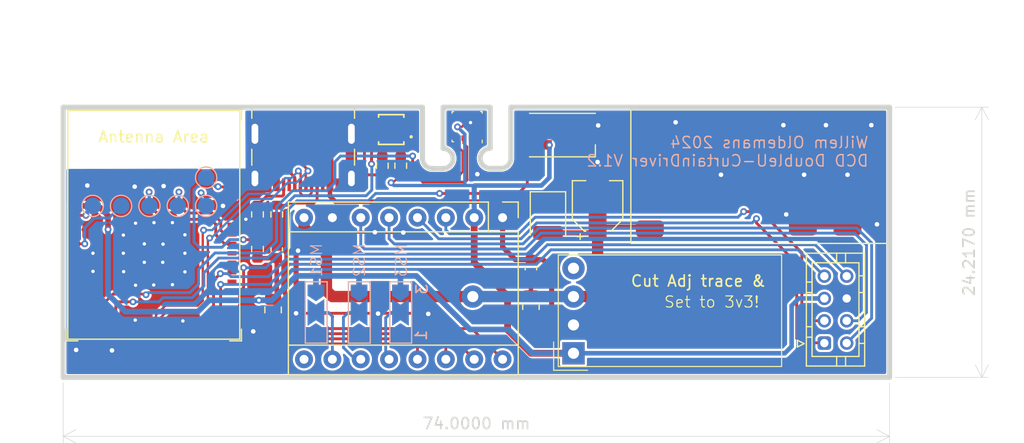
<source format=kicad_pcb>
(kicad_pcb
	(version 20240108)
	(generator "pcbnew")
	(generator_version "8.0")
	(general
		(thickness 1.6)
		(legacy_teardrops no)
	)
	(paper "A4")
	(title_block
		(comment 4 "AISLER Project ID: SWVGLRMQ")
	)
	(layers
		(0 "F.Cu" signal)
		(31 "B.Cu" signal)
		(32 "B.Adhes" user "B.Adhesive")
		(33 "F.Adhes" user "F.Adhesive")
		(34 "B.Paste" user)
		(35 "F.Paste" user)
		(36 "B.SilkS" user "B.Silkscreen")
		(37 "F.SilkS" user "F.Silkscreen")
		(38 "B.Mask" user)
		(39 "F.Mask" user)
		(40 "Dwgs.User" user "User.Drawings")
		(41 "Cmts.User" user "User.Comments")
		(42 "Eco1.User" user "User.Eco1")
		(43 "Eco2.User" user "User.Eco2")
		(44 "Edge.Cuts" user)
		(45 "Margin" user)
		(46 "B.CrtYd" user "B.Courtyard")
		(47 "F.CrtYd" user "F.Courtyard")
		(48 "B.Fab" user)
		(49 "F.Fab" user)
		(50 "User.1" user)
		(51 "User.2" user)
		(52 "User.3" user)
		(53 "User.4" user)
		(54 "User.5" user)
		(55 "User.6" user)
		(56 "User.7" user)
		(57 "User.8" user)
		(58 "User.9" user)
	)
	(setup
		(stackup
			(layer "F.SilkS"
				(type "Top Silk Screen")
				(color "Black")
			)
			(layer "F.Paste"
				(type "Top Solder Paste")
			)
			(layer "F.Mask"
				(type "Top Solder Mask")
				(color "#FFFFFFFF")
				(thickness 0.01)
			)
			(layer "F.Cu"
				(type "copper")
				(thickness 0.035)
			)
			(layer "dielectric 1"
				(type "core")
				(thickness 1.51)
				(material "FR4")
				(epsilon_r 4.5)
				(loss_tangent 0.02)
			)
			(layer "B.Cu"
				(type "copper")
				(thickness 0.035)
			)
			(layer "B.Mask"
				(type "Bottom Solder Mask")
				(color "#FFFFFFFF")
				(thickness 0.01)
			)
			(layer "B.Paste"
				(type "Bottom Solder Paste")
			)
			(layer "B.SilkS"
				(type "Bottom Silk Screen")
				(color "Black")
			)
			(copper_finish "None")
			(dielectric_constraints no)
		)
		(pad_to_mask_clearance 0)
		(allow_soldermask_bridges_in_footprints no)
		(pcbplotparams
			(layerselection 0x00010fc_ffffffff)
			(plot_on_all_layers_selection 0x0000000_00000000)
			(disableapertmacros no)
			(usegerberextensions no)
			(usegerberattributes yes)
			(usegerberadvancedattributes yes)
			(creategerberjobfile yes)
			(dashed_line_dash_ratio 12.000000)
			(dashed_line_gap_ratio 3.000000)
			(svgprecision 4)
			(plotframeref no)
			(viasonmask no)
			(mode 1)
			(useauxorigin no)
			(hpglpennumber 1)
			(hpglpenspeed 20)
			(hpglpendiameter 15.000000)
			(pdf_front_fp_property_popups yes)
			(pdf_back_fp_property_popups yes)
			(dxfpolygonmode yes)
			(dxfimperialunits yes)
			(dxfusepcbnewfont yes)
			(psnegative no)
			(psa4output no)
			(plotreference yes)
			(plotvalue yes)
			(plotfptext yes)
			(plotinvisibletext no)
			(sketchpadsonfab no)
			(subtractmaskfromsilk no)
			(outputformat 1)
			(mirror no)
			(drillshape 1)
			(scaleselection 1)
			(outputdirectory "")
		)
	)
	(net 0 "")
	(net 1 "/STEP_STP")
	(net 2 "GND")
	(net 3 "/STEP_1A")
	(net 4 "/STEP_EN")
	(net 5 "+3V3")
	(net 6 "unconnected-(D1-DOUT-Pad1)")
	(net 7 "/LED_DATA")
	(net 8 "/STEP_1B")
	(net 9 "/STEP_2A")
	(net 10 "unconnected-(U1-IO7-Pad11)")
	(net 11 "unconnected-(U1-IO6-Pad10)")
	(net 12 "Net-(A1-MS2)")
	(net 13 "/STEP_RST")
	(net 14 "/STEP_2B")
	(net 15 "Net-(A1-MS3)")
	(net 16 "/STEP_DIR")
	(net 17 "/STEP_SLEEP")
	(net 18 "Net-(A1-MS1)")
	(net 19 "/USB_N")
	(net 20 "/USB_P")
	(net 21 "+12V")
	(net 22 "/HAL_PULSE")
	(net 23 "/HAL_DIR")
	(net 24 "VBUS")
	(net 25 "unconnected-(U1-IO8-Pad12)")
	(net 26 "unconnected-(U1-IO11-Pad15)")
	(net 27 "unconnected-(U1-IO1-Pad5)")
	(net 28 "unconnected-(U1-IO2-Pad6)")
	(net 29 "unconnected-(U1-IO10-Pad14)")
	(net 30 "unconnected-(U1-IO5-Pad9)")
	(net 31 "unconnected-(U1-IO4-Pad8)")
	(net 32 "unconnected-(U1-IO36-Pad32)")
	(net 33 "/SDA")
	(net 34 "/TXD")
	(net 35 "/SCL")
	(net 36 "unconnected-(U1-IO35-Pad31)")
	(net 37 "unconnected-(U1-IO48-Pad30)")
	(net 38 "/RXD")
	(net 39 "/GPIO0")
	(net 40 "unconnected-(U1-IO47-Pad27)")
	(net 41 "/GPIO46")
	(net 42 "unconnected-(U5-SDO-Pad5)")
	(net 43 "/GPIO3")
	(net 44 "/EN")
	(net 45 "unconnected-(U4-NC-Pad4)")
	(net 46 "unconnected-(U4-INT-Pad2)")
	(net 47 "unconnected-(U1-IO45-Pad41)")
	(net 48 "Net-(J5-CC2)")
	(net 49 "Net-(J5-CC1)")
	(net 50 "unconnected-(J5-SBU2-PadB8)")
	(net 51 "unconnected-(J5-SBU1-PadA8)")
	(net 52 "unconnected-(PS1-EN-Pad4)")
	(net 53 "unconnected-(U1-IO41-Pad37)")
	(net 54 "unconnected-(U1-IO26-Pad26)")
	(net 55 "unconnected-(U1-IO40-Pad36)")
	(net 56 "unconnected-(U1-IO39-Pad35)")
	(net 57 "unconnected-(U1-IO42-Pad38)")
	(net 58 "unconnected-(U1-IO9-Pad13)")
	(net 59 "unconnected-(U1-IO37-Pad33)")
	(net 60 "unconnected-(U1-IO21-Pad25)")
	(net 61 "unconnected-(A1-~{ENABLE}-Pad9)")
	(footprint "Connector_USB:USB_C_Receptacle_Molex_217179" (layer "F.Cu") (at 102.6668 71.006 180))
	(footprint "Module:Regulator module_3v3V_3A_THT" (layer "F.Cu") (at 135.509 85.598 180))
	(footprint "Resistor_SMD:R_0603_1608Metric" (layer "F.Cu") (at 111.4044 72.5932 -90))
	(footprint "Capacitor_SMD:C_0805_2012Metric" (layer "F.Cu") (at 99.9744 85.5218 -90))
	(footprint "Resistor_SMD:R_0603_1608Metric" (layer "F.Cu") (at 109.7534 72.5932 -90))
	(footprint "Resistor_SMD:R_0603_1608Metric" (layer "F.Cu") (at 98.5774 80.0608 -90))
	(footprint "Capacitor_SMD:C_0805_2012Metric" (layer "F.Cu") (at 123.063 85.217 -90))
	(footprint "Diode_SMD:D_1210_3225Metric" (layer "F.Cu") (at 124.587 77.216 -90))
	(footprint "Espressif:ESP32-S3-MINI-1" (layer "F.Cu") (at 89.2914 80.4484))
	(footprint "Capacitor_SMD:C_0603_1608Metric" (layer "F.Cu") (at 123.063 81.788 90))
	(footprint "Module:USB-PD-trigger" (layer "F.Cu") (at 143.51 73.5584 180))
	(footprint "Package_LGA:Bosch_LGA-8_2.5x2.5mm_P0.65mm_ClockwisePinNumbering" (layer "F.Cu") (at 117.348 69.1 180))
	(footprint "OptoDevice:SON-06-FN_2000X2400_AMS" (layer "F.Cu") (at 110.5535 69.352414 180))
	(footprint "Resistor_SMD:R_0603_1608Metric" (layer "F.Cu") (at 98.5774 76.962 -90))
	(footprint "Resistor_SMD:R_0603_1608Metric" (layer "F.Cu") (at 100.3046 76.962 -90))
	(footprint "Module:Pololu_Breakout-16_15.2x20.3mm" (layer "F.Cu") (at 120.523 77.2514 -90))
	(footprint "Capacitor_SMD:CP_Elec_4x5.4" (layer "F.Cu") (at 129.032 76.2 90))
	(footprint "Connector_JST:JST_PHD_B8B-PHDSS_2x04_P2.00mm_Vertical" (layer "F.Cu") (at 149.3365 88.4964 90))
	(footprint "LED_SMD:LED_SK6812MINI_PLCC4_3.5x3.5mm_P1.75mm" (layer "F.Cu") (at 125.8824 69.85 180))
	(footprint "Capacitor_SMD:C_0603_1608Metric" (layer "F.Cu") (at 100.3 80.1 90))
	(footprint "TestPoint:TestPoint_Pad_D1.5mm" (layer "B.Cu") (at 88.9 76.2 180))
	(footprint "Jumper:SolderJumper-3_P2.0mm_Open_TrianglePad1.0x1.5mm_NumberLabels" (layer "B.Cu") (at 111.379 85.7504 90))
	(footprint "TestPoint:TestPoint_Pad_D1.5mm" (layer "B.Cu") (at 93.98 76.2 180))
	(footprint "TestPoint:TestPoint_Pad_D1.5mm" (layer "B.Cu") (at 86.36 76.2 180))
	(footprint "TestPoint:TestPoint_Pad_D1.5mm" (layer "B.Cu") (at 83.82 76.2 180))
	(footprint "Jumper:SolderJumper-3_P2.0mm_Open_TrianglePad1.0x1.5mm_NumberLabels" (layer "B.Cu") (at 107.6706 85.7504 90))
	(footprint "TestPoint:TestPoint_Pad_D1.5mm" (layer "B.Cu") (at 91.44 76.2 180))
	(footprint "Jumper:SolderJumper-3_P2.0mm_Open_TrianglePad1.0x1.5mm_NumberLabels" (layer "B.Cu") (at 103.8098 85.7504 90))
	(footprint "TestPoint:TestPoint_Pad_D1.5mm" (layer "B.Cu") (at 93.98 73.66 180))
	(gr_line
		(start 155.1784 91.567)
		(end 155.1784 67.35)
		(stroke
			(width 0.45)
			(type default)
		)
		(layer "Edge.Cuts")
		(uuid "0f7381b7-9019-412a-9444-8c5ab05ff073")
	)
	(gr_line
		(start 81.1784 91.567)
		(end 155.1784 91.567)
		(stroke
			(width 0.45)
			(type default)
		)
		(layer "Edge.Cuts")
		(uuid "1662b304-e5c6-4323-91a8-01b4a835ff87")
	)
	(gr_line
		(start 81.1784 91.567)
		(end 81.1784 67.35)
		(stroke
			(width 0.45)
			(type default)
		)
		(layer "Edge.Cuts")
		(uuid "5c8b505a-bb7c-4a18-ba43-9b59b6ee1373")
	)
	(gr_line
		(start 113.35 67.35)
		(end 113.35 71.95)
		(stroke
			(width 0.45)
			(type default)
		)
		(layer "Edge.Cuts")
		(uuid "5fa47b71-a98b-49f9-b5c7-34d7664f4bd8")
	)
	(gr_line
		(start 119.416394 72.8328)
		(end 120.366394 72.8328)
		(stroke
			(width 0.45)
			(type default)
		)
		(layer "Edge.Cuts")
		(uuid "79ba6e91-e85a-4500-9b68-75afeb9dbbf1")
	)
	(gr_line
		(start 119.416394 67.35)
		(end 115.2 67.35)
		(stroke
			(width 0.45)
			(type default)
		)
		(layer "Edge.Cuts")
		(uuid "87762eea-8a93-43a4-8527-10d84353c24f")
	)
	(gr_line
		(start 121.266394 71.9328)
		(end 121.266394 67.35)
		(stroke
			(width 0.45)
			(type default)
		)
		(layer "Edge.Cuts")
		(uuid "a5226c6f-9f52-4741-9b29-7e1c7fad96f9")
	)
	(gr_line
		(start 114.25 72.85)
		(end 115.2 72.85)
		(stroke
			(width 0.45)
			(type default)
		)
		(layer "Edge.Cuts")
		(uuid "afbea572-0c78-4b71-80ed-28b8e05b4b2a")
	)
	(gr_arc
		(start 119.416394 72.8328)
		(mid 118.516394 71.9328)
		(end 119.416394 71.0328)
		(stroke
			(width 0.45)
			(type default)
		)
		(layer "Edge.Cuts")
		(uuid "c187a1b4-1f99-4180-9304-18806c1929dc")
	)
	(gr_arc
		(start 121.266394 71.9328)
		(mid 121.003652 72.570058)
		(end 120.366394 72.8328)
		(stroke
			(width 0.45)
			(type default)
		)
		(layer "Edge.Cuts")
		(uuid "c7e0ec5c-1757-456d-b444-1f6c0463f099")
	)
	(gr_line
		(start 119.416394 71.0328)
		(end 119.416394 67.35)
		(stroke
			(width 0.45)
			(type default)
		)
		(layer "Edge.Cuts")
		(uuid "d3b01630-3053-4b8a-b9a3-1bbb69df3a69")
	)
	(gr_line
		(start 115.2 71.05)
		(end 115.2 67.35)
		(stroke
			(width 0.45)
			(type default)
		)
		(layer "Edge.Cuts")
		(uuid "d4025406-da3a-4422-8923-c2b53184d6dd")
	)
	(gr_arc
		(start 115.2 71.05)
		(mid 116.1 71.95)
		(end 115.2 72.85)
		(stroke
			(width 0.45)
			(type default)
		)
		(layer "Edge.Cuts")
		(uuid "e0874d3a-705a-4cdb-9f3f-8e4b478b270b")
	)
	(gr_arc
		(start 114.25 72.85)
		(mid 113.612742 72.587257)
		(end 113.35 71.95)
		(stroke
			(width 0.45)
			(type default)
		)
		(layer "Edge.Cuts")
		(uuid "e7377db4-ceaa-490c-a8ac-1b4738ecf95d")
	)
	(gr_line
		(start 155.1784 67.35)
		(end 121.266394 67.35)
		(stroke
			(width 0.45)
			(type default)
		)
		(layer "Edge.Cuts")
		(uuid "f6090eff-e4a4-4db1-9ef0-e9d1062fbeed")
	)
	(gr_line
		(start 113.35 67.35)
		(end 81.1784 67.35)
		(stroke
			(width 0.45)
			(type default)
		)
		(layer "Edge.Cuts")
		(uuid "fcc46d19-eb6e-4661-977e-1eb5f98f68f6")
	)
	(gr_text "MS1\n"
		(at 104.4448 79.4766 90)
		(layer "B.SilkS")
		(uuid "377f62fa-5c02-4418-be11-fb22563fc426")
		(effects
			(font
				(size 1 1)
				(thickness 0.1)
			)
			(justify left bottom mirror)
		)
	)
	(gr_text "MS3"
		(at 112.0394 79.4766 90)
		(layer "B.SilkS")
		(uuid "3cac820d-ff23-4e2c-8acd-2032109dd062")
		(effects
			(font
				(size 1 1)
				(thickness 0.1)
			)
			(justify left bottom mirror)
		)
	)
	(gr_text "Willem Oldemans 2024\nDCD DoubleU-CurtainDriver V1.2\n"
		(at 153.3652 72.7456 0)
		(layer "B.SilkS")
		(uuid "931c8843-ce7c-437f-bc10-eb2990d45165")
		(effects
			(font
				(size 1.016 1.016)
				(thickness 0.127)
			)
			(justify left bottom mirror)
		)
	)
	(gr_text "MS2"
		(at 108.2802 79.4766 90)
		(layer "B.SilkS")
		(uuid "eae4f3ae-de2f-4e0b-86aa-41b0df6db60c")
		(effects
			(font
				(size 1 1)
				(thickness 0.1)
			)
			(justify left bottom mirror)
		)
	)
	(dimension
		(type aligned)
		(layer "Edge.Cuts")
		(uuid "446f9656-57d9-44c9-8c67-739f5069f7b2")
		(pts
			(xy 81.1784 91.567) (xy 155.1784 91.567)
		)
		(height 5.289999)
		(gr_text "74.0000 mm"
			(at 118.1784 95.706999 0)
			(layer "Edge.Cuts")
			(uuid "446f9656-57d9-44c9-8c67-739f5069f7b2")
			(effects
				(font
					(size 1 1)
					(thickness 0.15)
				)
			)
		)
		(format
			(prefix "")
			(suffix "")
			(units 3)
			(units_format 1)
			(precision 4)
		)
		(style
			(thickness 0.05)
			(arrow_length 1.27)
			(text_position_mode 0)
			(extension_height 0.58642)
			(extension_offset 0.5) keep_text_aligned)
	)
	(dimension
		(type aligned)
		(layer "Edge.Cuts")
		(uuid "4c08de21-ceeb-4f2b-b74e-460e3fbadb7c")
		(pts
			(xy 155.1784 91.567) (xy 155.1784 67.35)
		)
		(height 8.26)
		(gr_text "24.2170 mm"
			(at 162.2884 79.4585 90)
			(layer "Edge.Cuts")
			(uuid "4c08de21-ceeb-4f2b-b74e-460e3fbadb7c")
			(effects
				(font
					(size 1 1)
					(thickness 0.15)
				)
			)
		)
		(format
			(prefix "")
			(suffix "")
			(units 3)
			(units_format 1)
			(precision 4)
		)
		(style
			(thickness 0.05)
			(arrow_length 1.27)
			(text_position_mode 0)
			(extension_height 0.58642)
			(extension_offset 0.5) keep_text_aligned)
	)
	(segment
		(start 88.0872 89.6112)
		(end 87.5914 89.1154)
		(width 0.254)
		(layer "F.Cu")
		(net 1)
		(uuid "25e0c9c1-b7d2-4c60-a3ad-d56241274624")
	)
	(segment
		(start 117.983 89.9514)
		(end 115.687 87.6554)
		(width 0.254)
		(layer "F.Cu")
		(net 1)
		(uuid "33f16364-43ea-41fb-8681-d6e5423bd71e")
	)
	(segment
		(start 87.5914 89.1154)
		(end 87.5914 87.4484)
		(width 0.254)
		(layer "F.Cu")
		(net 1)
		(uuid "4a002c7a-675f-4b0d-a3a5-53201be199aa")
	)
	(segment
		(start 99.545644 89.6112)
		(end 88.0872 89.6112)
		(width 0.254)
		(layer "F.Cu")
		(net 1)
		(uuid "b48d1b9a-95dc-4458-adf8-6d4d7df53d00")
	)
	(segment
		(start 101.501444 87.6554)
		(end 99.545644 89.6112)
		(width 0.254)
		(layer "F.Cu")
		(net 1)
		(uuid "b8b0ca0a-f68e-472e-9d3a-8dc23e9bd45b")
	)
	(segment
		(start 115.687 87.6554)
		(end 101.501444 87.6554)
		(width 0.254)
		(layer "F.Cu")
		(net 1)
		(uuid "bc84c112-4c5d-410e-bf31-58b7c1194cef")
	)
	(segment
		(start 87.503 76.1746)
		(end 87.503 76.327)
		(width 0.254)
		(layer "F.Cu")
		(net 2)
		(uuid "03a070be-d6e3-4695-b04d-780c99724b23")
	)
	(segment
		(start 109.347 85.8266)
		(end 105.6386 85.8266)
		(width 0.254)
		(layer "F.Cu")
		(net 2)
		(uuid "0617dd34-5932-4281-8d70-bc2655d19ad0")
	)
	(segment
		(start 121.653 81.013)
		(end 120.523 79.883)
		(width 0.4572)
		(layer "F.Cu")
		(net 2)
		(uuid "08dc2606-b53a-40dc-9803-14e623184884")
	)
	(segment
		(start 98.1964 87.4484)
		(end 96.2914 87.4484)
		(width 0.4572)
		(layer "F.Cu")
		(net 2)
		(uuid "1308a1ad-a39d-4511-9634-a2ca85e171c1")
	)
	(segment
		(start 98.5774 77.787)
		(end 97.9038 77.787)
		(width 0.4064)
		(layer "F.Cu")
		(net 2)
		(uuid "13cc14ac-0172-4146-82f2-754570793d37")
	)
	(segment
		(start 108.060999 68.66)
		(end 106.9868 69.734199)
		(width 0.4572)
		(layer "F.Cu")
		(net 2)
		(uuid "15510c4f-c8a6-4e4d-96f4-6f71f6771135")
	)
	(segment
		(start 97.536 77.4192)
		(end 97.536 77.3938)
		(width 0.4064)
		(layer "F.Cu")
		(net 2)
		(uuid "15cf4e7f-e6f6-49f9-8bbc-1afd88044d94")
	)
	(segment
		(start 97.9038 77.787)
		(end 97.536 77.4192)
		(width 0.4064)
		(layer "F.Cu")
		(net 2)
		(uuid "162c44f4-9a33-4116-9b16-8bbb8259206a")
	)
	(segment
		(start 113.8682 85.8774)
		(end 113.8174 85.8266)
		(width 0.254)
		(layer "F.Cu")
		(net 2)
		(uuid "175b5006-563f-4ddd-a633-170bc205d7d9")
	)
	(segment
		(start 87.6414 78.7984)
		(end 86.5842 78.7984)
		(width 0.4572)
		(layer "F.Cu")
		(net 2)
		(uuid "1d819607-c5f0-4211-87f6-269481d9a37f")
	)
	(segment
		(start 120.523 79.883)
		(end 120.523 77.2514)
		(width 0.4572)
		(layer "F.Cu")
		(net 2)
		(uuid "1da0b86f-472a-4962-9d0f-f55d5083831b")
	)
	(segment
		(start 90.9414 78.7984)
		(end 92.0706 78.7984)
		(width 0.4572)
		(layer "F.Cu")
		(net 2)
		(uuid "1ebe1a2b-2d3e-4fae-b85b-8cb6d91b78e3")
	)
	(segment
		(start 87.503 76.327)
		(end 87.6586 76.4826)
		(width 0.254)
		(layer "F.Cu")
		(net 2)
		(uuid "224c4d00-6c8f-4eb0-80c3-b197683eb915")
	)
	(segment
		(start 105.283 77.2514)
		(end 106.5938 78.5622)
		(width 0.254)
		(layer "F.Cu")
		(net 2)
		(uuid "2b242c40-15e3-4c84-8c79-3c5e2171cb7b")
	)
	(segment
		(start 98.061 73.4484)
		(end 98.3468 73.7342)
		(width 0.254)
		(layer "F.Cu")
		(net 2)
		(uuid "2c01b4fa-547a-44cf-99b3-044c63effae4")
	)
	(segment
		(start 151.537 77.906)
		(end 147.537 77.906)
		(width 0.4572)
		(layer "F.Cu")
		(net 2)
		(uuid "2e6e067d-54dd-406f-b677-36c385290ae6")
	)
	(segment
		(start 151.537 73.533)
		(end 151.537 77.906)
		(width 0.4572)
		(layer "F.Cu")
		(net 2)
		(uuid "300d2f37-6879-41d8-ae84-f9236615361f")
	)
	(segment
		(start 86.5974 82.0984)
		(end 86.5918 82.0928)
		(width 0.4572)
		(layer "F.Cu")
		(net 2)
		(uuid "3200bcfd-6c85-4ebe-a652-875c8e4d2d91")
	)
	(segment
		(start 106.5938 78.5622)
		(end 109.093 78.5622)
		(width 0.254)
		(layer "F.Cu")
		(net 2)
		(uuid "332331dd-7c37-4b3f-b8b1-043d85368054")
	)
	(segment
		(start 118.323 70.591397)
		(end 118.323 70.125)
		(width 0.2032)
		(layer "F.Cu")
		(net 2)
		(uuid "33cfbdb1-6129-427d-9976-dddbebc5027b")
	)
	(segment
		(start 98.921799 74.131399)
		(end 98.3468 73.5564)
		(width 0.4572)
		(layer "F.Cu")
		(net 2)
		(uuid "3644e35f-8311-4803-a52f-a7502e5c1740")
	)
	(segment
		(start 149.479 68.961)
		(end 151.482 68.961)
		(width 0.4572)
		(layer "F.Cu")
		(net 2)
		(uuid "3a6c4996-cd2c-44d0-a672-7f4d47e0671f")
	)
	(segment
		(start 87.6414 82.0984)
		(end 86.5974 82.0984)
		(width 0.4572)
		(layer "F.Cu")
		(net 2)
		(uuid "3cbf49fc-16cb-476f-afc6-19d00ef50c91")
	)
	(segment
		(start 153.488 68.906)
		(end 153.543 68.961)
		(width 0.4572)
		(layer "F.Cu")
		(net 2)
		(uuid "3df12c81-a232-4938-a096-4e7c7c6f9d11")
	)
	(segment
		(start 123.063 81.013)
		(end 124.1422 81.013)
		(width 0.4572)
		(layer "F.Cu")
		(net 2)
		(uuid "435020a6-fd68-4ef3-85d6-844e9a3fc275")
	)
	(segment
		(start 117.793828 71.097824)
		(end 118.022276 70.869376)
		(width 0.2032)
		(layer "F.Cu")
		(net 2)
		(uuid "439d1f34-8508-4abb-a6f9-1e18fc99e524")
	)
	(segment
		(start 118.105452 70.808945)
		(end 118.323 70.591397)
		(width 0.2032)
		(layer "F.Cu")
		(net 2)
		(uuid "44ec8d73-86e5-4591-a76c-6f5506a5dbca")
	)
	(segment
		(start 83.3414 74.3712)
		(end 85.6996 74.3712)
		(width 0.254)
		(layer "F.Cu")
		(net 2)
		(uuid "4518ead5-368c-4288-9a33-a87ce65b5706")
	)
	(segment
		(start 129.032 74.4)
		(end 129.032 72.263)
		(width 0.4572)
		(layer "F.Cu")
		(net 2)
		(uuid "463765f9-4f86-4373-afe9-43f42c9e3b8b")
	)
	(segment
		(start 106.411801 74.131399)
		(end 106.9868 73.5564)
		(width 0.4572)
		(layer "F.Cu")
		(net 2)
		(uuid "466a86ef-8450-4c71-9046-d48042cc9742")
	)
	(segment
		(start 89.2914 77.7168)
		(end 89.3096 77.6986)
		(width 0.4572)
		(layer "F.Cu")
		(net 2)
		(uuid "4683f34e-f26a-4ba3-9ed9-b47d4a278983")
	)
	(segment
		(start 133.837 68.706)
		(end 136.016 68.706)
		(width 0.4572)
		(layer "F.Cu")
		(net 2)
		(uuid "4705d857-d5b3-4a2f-97ae-6e5e66b23521")
	)
	(segment
		(start 97.536 77.3938)
		(end 97.5106 77.3938)
		(width 0.4064)
		(layer "F.Cu")
		(net 2)
		(uuid "4ae367fe-aa91-437e-91b5-785b6b87b00a")
	)
	(segment
		(start 83.3414 74.3712)
		(end 83.2142 74.4984)
		(width 0.4572)
		(layer "F.Cu")
		(net 2)
		(uuid "4bc0435c-c644-4832-add1-aae1d72fc202")
	)
	(segment
		(start 108.801399 67.9196)
		(end 108.060999 68.66)
		(width 0.254)
		(layer "F.Cu")
		(net 2)
		(uuid "4e5a29da-620b-484a-b43a-aaed9ea8622d")
	)
	(segment
		(start 110.998 67.9196)
		(end 108.801399 67.9196)
		(width 0.254)
		(layer "F.Cu")
		(net 2)
		(uuid "4fe08998-9381-4cbc-ab46-2061073d1ae2")
	)
	(segment
		(start 151.482 68.961)
		(end 151.537 68.906)
		(width 0.4572)
		(layer "F.Cu")
		(net 2)
		(uuid "52ffbf8e-ca57-4854-8a0f-9b2f3ad2f3c6")
	)
	(segment
		(start 111.379 68.3006)
		(end 110.998 67.9196)
		(width 0.254)
		(layer "F.Cu")
		(net 2)
		(uuid "58737239-dd1a-4d57-a30a-d2f64b8c6d69")
	)
	(segment
		(start 90.9414 82.0984)
		(end 90.9414 83.242)
		(width 0.4572)
		(layer "F.Cu")
		(net 2)
		(uuid "59d8cad2-cb80-4a3c-9493-a4a33ff82fac")
	)
	(segment
		(start 109.3724 85.852)
		(end 109.347 85.8266)
		(width 0.254)
		(layer "F.Cu")
		(net 2)
		(uuid "5b5da32a-2558-46a4-93a5-a4d3b4babd85")
	)
	(segment
		(start 153.996 77.906)
		(end 154.051 77.851)
		(width 0.4572)
		(layer "F.Cu")
		(net 2)
		(uuid "5e2d3faa-7422-43b0-b089-3bae4d3a4c4f")
	)
	(segment
		(start 83.3414 73.4484)
		(end 96.2914 73.4484)
		(width 0.4572)
		(layer "F.Cu")
		(net 2)
		(uuid "6017155f-ef76-429a-aeed-461115b389d6")
	)
	(segment
		(start 83.2142 74.4984)
		(end 82.2914 74.4984)
		(width 0.4572)
		(layer "F.Cu")
		(net 2)
		(uuid "61320601-8c0e-4c75-9f83-f95336bc0b52")
	)
	(segment
		(start 129.0714 68.975)
		(end 127.6324 68.975)
		(width 0.4572)
		(layer "F.Cu")
		(net 2)
		(uuid "6137501f-4c64-49ff-b8e3-be84d4b043dd")
	)
	(segment
		(start 109.1184 78.5876)
		(end 111.633 78.5876)
		(width 0.254)
		(layer "F.Cu")
		(net 2)
		(uuid "62763d66-6206-4932-8a78-737d1bb0a1e7")
	)
	(segment
		(start 87.6414 77.7666)
		(end 87.6586 77.7494)
		(width 0.4572)
		(layer "F.Cu")
		(net 2)
		(uuid "628949c3-7465-48eb-a3f1-27cee0dc9534")
	)
	(segment
		(start 99.466801 74.131399)
		(end 98.921799 74.131399)
		(width 0.4572)
		(layer "F.Cu")
		(net 2)
		(uuid "630bc979-2aff-4e0e-a371-5fcf6d3322b4")
	)
	(segment
		(start 105.866801 74.131399)
		(end 106.411801 74.131399)
		(width 0.4572)
		(layer "F.Cu")
		(net 2)
		(uuid "6405888b-544f-45f7-9663-823ad3e20e2e")
	)
	(segment
		(start 87.5914 73.4484)
		(end 87.5914 74.4606)
		(width 0.4572)
		(layer "F.Cu")
		(net 2)
		(uuid "6429a8ec-2d8b-4bf6-bfc5-1ba274c84539")
	)
	(segment
		(start 89.2914 78.7984)
		(end 89.2914 82.0984)
		(width 0.4572)
		(layer "F.Cu")
		(net 2)
		(uuid "647f19c6-2a57-4006-8f6d-46468b7028bf")
	)
	(segment
		(start 87.6414 78.7984)
		(end 87.6414 77.7666)
		(width 0.4572)
		(layer "F.Cu")
		(net 2)
		(uuid "652bad82-91a2-4835-a1be-d6fa53acab9b")
	)
	(segment
		(start 87.5914 74.4606)
		(end 87.5792 74.4728)
		(width 0.4572)
		(layer "F.Cu")
		(net 2)
		(uuid "66452df4-ba97-4566-a72f-edbb5dd7fd99")
	)
	(segment
		(start 85.6996 74.3712)
		(end 87.503 76.1746)
		(width 0.254)
		(layer "F.Cu")
		(net 2)
		(uuid "67dc49dd-0ee2-45d8-af08-86791a7afd76")
	)
	(segment
		(start 124.9172 86.167)
		(end 125.283 86.167)
		(width 0.4572)
		(layer "F.Cu")
		(net 2)
		(uuid "6a271d5e-7caa-480a-ae2d-606638b272b9")
	)
	(segment
		(start 117.673 68.075)
		(end 117.673 68.7122)
		(width 0.2032)
		(layer "F.Cu")
		(net 2)
		(uuid "6a3c3525-ab49-435c-93cb-4461939d46aa")
	)
	(segment
		(start 82.3642 75.3484)
		(end 82.2914 75.3484)
		(width 0.4572)
		(layer "F.Cu")
		(net 2)
		(uuid "6c517625-5685-4621-9222-0eaf6229868d")
	)
	(segment
		(start 151.537 68.906)
		(end 151.537 73.533)
		(width 0.4572)
		(layer "F.Cu")
		(net 2)
		(uuid "6dc59bf0-d6b6-4406-8517-1e624c7ebc19")
	)
	(segment
		(start 125.984 86.868)
		(end 126.873 86.868)
		(width 0.4572)
		(layer "F.Cu")
		(net 2)
		(uuid "7017be57-bb45-450a-846a-ad282ae22556")
	)
	(segment
		(start 136.016 68.706)
		(end 136.017 68.707)
		(width 0.4572)
		(layer "F.Cu")
		(net 2)
		(uuid "715c72f0-91a4-476c-8858-0fcd661ce531")
	)
	(segment
		(start 90.9414 77.7178)
		(end 90.9606 77.6986)
		(width 0.4572)
		(layer "F.Cu")
		(net 2)
		(uuid "71feeba1-7a02-44fa-ae1c-445c944a4277")
	)
	(segment
		(start 147.537 68.906)
		(end 149.424 68.906)
		(width 0.4572)
		(layer "F.Cu")
		(net 2)
		(uuid "720c20e1-43a6-493e-9b43-235e973b231f")
	)
	(segment
		(start 106.9868 69.734199)
		(end 98.3468 69.734199)
		(width 1.016)
		(layer "F.Cu")
		(net 2)
		(uuid "7224d7fa-0223-4b78-b5e8-3b5394d1cc94")
	)
	(segment
		(start 118.022276 70.869376)
		(end 118.105452 70.808945)
		(width 0.2032)
		(layer "F.Cu")
		(net 2)
		(uuid "72704bbe-56d0-4be4-9d8f-1c53728d1330")
	)
	(segment
		(start 82.2914 89.0614)
		(end 82.34 89.11)
		(width 0.4572)
		(layer "F.Cu")
		(net 2)
		(uuid "73170a8c-0441-4c7f-8782-851722eef54e")
	)
	(segment
		(start 102.2096 80.2132)
		(end 102.0318 80.391)
		(width 0.4572)
		(layer "F.Cu")
		(net 2)
		(uuid "736d6596-038a-4098-b293-83a839ed2617")
	)
	(segment
		(start 82.2914 87.4484)
		(end 82.2914 89.0614)
		(width 0.4572)
		(layer "F.Cu")
		(net 2)
		(uuid "74c59eee-dca0-4925-8a60-33e5945252c9")
	)
	(segment
		(start 145.724 68.906)
		(end 145.669 68.961)
		(width 0.4572)
		(layer "F.Cu")
		(net 2)
		(uuid "76c2c308-4c68-474c-b91e-182d63d95165")
	)
	(segment
		(start 95.485514 76.1984)
		(end 96.2914 76.1984)
		(width 0.4572)
		(layer "F.Cu")
		(net 2)
		(uuid "798f3393-6b47-4159-a9a0-db8fcaaf4e6c")
	)
	(segment
		(start 82.2914 75.3484)
		(end 82.2914 73.4484)
		(width 0.4572)
		(layer "F.Cu")
		(net 2)
		(uuid "79bd9fd8-7471-49e2-84f8-2ecca313e88e")
	)
	(segment
		(start 90.9414 83.242)
		(end 90.9606 83.2612)
		(width 0.4572)
		(layer "F.Cu")
		(net 2)
		(uuid "7a19295f-4483-4691-aa95-ba022b807187")
	)
	(segment
		(start 146.867 77.906)
		(end 145.923 76.962)
		(width 0.4572)
		(layer "F.Cu")
		(net 2)
		(uuid "7ad4e2b7-f8dd-470b-8476-e8017fbaa714")
	)
	(segment
		(start 90.9414 82.1182)
		(end 92.0716 82.1182)
		(width 0.4572)
		(layer "F.Cu")
		(net 2)
		(uuid "7c1ff80f-07ed-4d56-b8df-377940f7da15")
	)
	(segment
		(start 96.2914 76.1984)
		(end 96.2914 76.66)
		(width 0.4572)
		(layer "F.Cu")
		(net 2)
		(uuid "7cb5db55-57d1-4e46-a65f-8046e47be9ca")
	)
	(segment
		(start 87.6414 82.0984)
		(end 87.6414 83.2948)
		(width 0.4572)
		(layer "F.Cu")
		(net 2)
		(uuid "7f1c6e1b-5dd0-4bc9-b215-6f329768e8b5")
	)
	(segment
		(start 123.063 81.013)
		(end 121.653 81.013)
		(width 0.4572)
		(layer "F.Cu")
		(net 2)
		(uuid "8135edd2-387f-440c-b807-e389c243dc23")
	)
	(segment
		(start 143.717 73.406)
		(end 140.081 73.406)
		(width 0.4572)
		(layer "F.Cu")
		(net 2)
		(uuid "81cb28e3-2c4b-406e-86c8-a6582379f94c")
	)
	(segment
		(start 90.9414 80.4484)
		(end 92.0716 80.4484)
		(width 0.4572)
		(layer "F.Cu")
		(net 2)
		(uuid "829e82d4-e7e6-4eda-a67e-b6231ac74f1a")
	)
	(segment
		(start 90.1414 73.4484)
		(end 90.1414 74.3934)
		(width 0.4572)
		(layer "F.Cu")
		(net 2)
		(uuid "88357f44-d7a2-4a2d-85eb-17d808b6e052")
	)
	(segment
		(start 97.1652 77.0484)
		(end 96.2914 77.0484)
		(width 0.4064)
		(layer "F.Cu")
		(net 2)
		(uuid "89525db6-0b80-4a19-a80c-33ab01b0a924")
	)
	(segment
		(start 90.9414 78.7984)
		(end 90.9414 77.7178)
		(width 0.4572)
		(layer "F.Cu")
		(net 2)
		(uuid "89b37466-477c-4544-a970-1322c8b2fb68")
	)
	(segment
		(start 98.9978 87.4484)
		(end 99.9744 86.4718)
		(width 0.4572)
		(layer "F.Cu")
		(net 2)
		(uuid "8c83983d-4852-4559-b577-9d152f3b4bbf")
	)
	(segment
		(start 96.2914 76.66)
		(end 96.2914 77.0484)
		(width 0.4572)
		(layer "F.Cu")
		(net 2)
		(uuid "8dd4bc65-c7ee-4d2f-b0eb-43a2f4b6c1f6")
	)
	(segment
		(start 147.537 77.906)
		(end 146.867 77.906)
		(width 0.4572)
		(layer "F.Cu")
		(net 2)
		(uuid "90ac71a5-cdbf-4045-949b-2e3f09873f3f")
	)
	(segment
		(start 96.3454 87.5024)
		(end 96.2914 87.4484)
		(width 0.4572)
		(layer "F.Cu")
		(net 2)
		(uuid "93901639-9357-414f-abf4-f20e8579b704")
	)
	(segment
		(start 151.537 73.533)
		(end 151.41 73.406)
		(width 0.4572)
		(layer "F.Cu")
		(net 2)
		(uuid "94ed6c74-ce33-4096-aca5-1ad4a22b56e2")
	)
	(segment
		(start 83.3414 73.4484)
		(end 82.2914 73.4484)
		(width 0.4572)
		(layer "F.Cu")
		(net 2)
		(uuid "994fd3a3-7042-48cb-a061-3cad3a1a5b30")
	)
	(segment
		(start 86.573 80.4484)
		(end 86.5664 80.4418)
		(width 0.4572)
		(layer "F.Cu")
		(net 2)
		(uuid "99f7322c-febc-43d1-b877-3df28ad31103")
	)
	(segment
		(start 151.537 68.906)
		(end 153.488 68.906)
		(width 0.4572)
		(layer "F.Cu")
		(net 2)
		(uuid "9b990e5b-9d7b-491d-bc33-e2bee67d440a")
	)
	(segment
		(start 117.673 68.7122)
		(end 117.6528 68.7324)
		(width 0.2032)
		(layer "F.Cu")
		(net 2)
		(uuid "9ee5fb09-b866-482a-b19d-cf474a07634d")
	)
	(segment
		(start 100.3046 79.3204)
		(end 100.3 79.325)
		(width 0.4572)
		(layer "F.Cu")
		(net 2)
		(uuid "a342a31c-2cfc-4a29-8925-9b8d72a46425")
	)
	(segment
		(start 109.3978 85.8266)
		(end 109.3724 85.852)
		(width 0.254)
		(layer "F.Cu")
		(net 2)
		(uuid "a3aaf920-ef88-4810-a994-d417d433bfe5")
	)
	(segment
		(start 100.3046 77.787)
		(end 98.5774 77.787)
		(width 0.4572)
		(layer "F.Cu")
		(net 2)
		(uuid "a7de720a-19c1-4872-81a4-7b9573dfe259")
	)
	(segment
		(start 109.093 78.5622)
		(end 109.1184 78.5876)
		(width 0.254)
		(layer "F.Cu")
		(net 2)
		(uuid "ac631f46-1727-47de-8370-9459ca7208ec")
	)
	(segment
		(start 106.9868 69.734199)
		(end 106.9868 73.7342)
		(width 1.016)
		(layer "F.Cu")
		(net 2)
		(uuid "ad536256-1a89-484f-a6e4-52aa62e00472")
	)
	(segment
		(start 125.283 86.167)
		(end 125.984 86.868)
		(width 0.4572)
		(layer "F.Cu")
		(net 2)
		(uuid "af00c42d-40bc-4ee4-8211-415296eec827")
	)
	(segment
		(start 149.424 68.906)
		(end 149.479 68.961)
		(width 0.4572)
		(layer "F.Cu")
		(net 2)
		(uuid "af091956-08bf-4332-b23b-cdcfe209b355")
	)
	(segment
		(start 87.6414 78.7984)
		(end 87.6414 82.0984)
		(width 0.4572)
		(layer "F.Cu")
		(net 2)
		(uuid "af75d228-415c-441e-9552-19cb3c387c05")
	)
	(segment
		(start 147.537 68.906)
		(end 145.724 68.906)
		(width 0.4572)
		(layer "F.Cu")
		(net 2)
		(uuid "b16352e0-ed01-441b-9131-3e937b699413")
	)
	(segment
		(start 89.2914 78.7984)
		(end 89.2914 77.7168)
		(width 0.4572)
		(layer "F.Cu")
		(net 2)
		(uuid "b2f1f9b9-4b51-4478-b0bd-5674789b3b02")
	)
	(segment
		(start 96.2914 73.4484)
		(end 98.061 73.4484)
		(width 0.254)
		(layer "F.Cu")
		(net 2)
		(uuid "b854ae9e-f323-4967-becc-15826d1c0ab3")
	)
	(segment
		(start 86.5842 78.7984)
		(end 86.5664 78.8162)
		(width 0.4572)
		(layer "F.Cu")
		(net 2)
		(uuid "b8cbaf56-3e57-42b8-955c-adace5c92cf0")
	)
	(segment
		(start 90.9414 80.4484)
		(end 87.6414 80.4484)
		(width 0.4572)
		(layer "F.Cu")
		(net 2)
		(uuid "b96ab083-0942-4078-aed0-27fbf34ad37a")
	)
	(segment
		(start 83.3414 74.3712)
		(end 83.3414 73.4484)
		(width 0.4572)
		(layer "F.Cu")
		(net 2)
		(uuid "bbac4315-38e9-491b-8cc8-0c6158e41253")
	)
	(segment
		(start 87.6586 76.4826)
		(end 87.6586 77.7494)
		(width 0.254)
		(layer "F.Cu")
		(net 2)
		(uuid "bed06315-28e4-41e6-9541-e0344ef028f3")
	)
	(segment
		(start 90.9414 78.7984)
		(end 87.6414 78.7984)
		(width 0.4572)
		(layer "F.Cu")
		(net 2)
		(uuid "bfc202be-2864-4456-94a4-2b56f8d1f247")
	)
	(segment
		(start 124.1422 81.013)
		(end 124.9172 81.788)
		(width 0.4572)
		(layer "F.Cu")
		(net 2)
		(uuid "c0ef0ab9-94ff-4f52-a38c-2b0b245e80f0")
	)
	(segment
		(start 102.0318 80.391)
		(end 102.0318 85.8266)
		(width 0.4572)
		(layer "F.Cu")
		(net 2)
		(uuid "c520cdc1-0e9d-40de-a362-e79d2cb7802c")
	)
	(segment
		(start 105.6386 85.8266)
		(end 102.0318 85.8266)
		(width 0.254)
		(layer "F.Cu")
		(net 2)
		(uuid "c75370d5-f398-4edd-a2dd-5a2ab5b0f095")
	)
	(segment
		(start 111.379 68.702428)
		(end 111.379 68.3006)
		(width 0.254)
		(layer "F.Cu")
		(net 2)
		(uuid "c82a2ad4-30b4-4269-9682-22ad92cf9032")
	)
	(segment
		(start 90.9414 82.0984)
		(end 87.6414 82.0984)
		(width 0.4572)
		(layer "F.Cu")
		(net 2)
		(uuid "c9d6f970-c08b-4781-8237-632a27e120c2")
	)
	(segment
		(start 113.8174 85.8266)
		(end 109.3978 85.8266)
		(width 0.254)
		(layer "F.Cu")
		(net 2)
		(uuid "c9f5e9f1-6766-44b1-a1f7-3f620e1b0335")
	)
	(segment
		(start 118.2624 73.3552)
		(end 117.793828 72.886628)
		(width 0.2032)
		(layer "F.Cu")
		(net 2)
		(uuid "cb688635-cae9-4272-980b-513f95121211")
	)
	(segment
		(start 87.6414 83.2948)
		(end 87.6586 83.312)
		(width 0.4572)
		(layer "F.Cu")
		(net 2)
		(uuid "cb76ae57-efc1-4b21-aa59-0957f4b09d58")
	)
	(segment
		(start 153.797 77.851)
		(end 154.051 77.851)
		(width 0.4572)
		(layer "F.Cu")
		(net 2)
		(uuid "cc2a17d8-3546-4616-a657-02212c037f2c")
	)
	(segment
		(start 89.2914 82.0984)
		(end 89.2914 83.2794)
		(width 0.4572)
		(layer "F.Cu")
		(net 2)
		(uuid "cc72c340-c515-44c0-8c1a-811a36c81c28")
	)
	(segment
		(start 129.0828 68.9864)
		(end 129.0714 68.975)
		(width 0.4572)
		(layer "F.Cu")
		(net 2)
		(uuid "d0dbfd0d-42f7-4278-a5ff-7d3233d9dddf")
	)
	(segment
		(start 89.2914 83.2794)
		(end 89.2842 83.2866)
		(width 0.4572)
		(layer "F.Cu")
		(net 2)
		(uuid "d108f252-09ba-4b9a-8dcd-6727f5ecff96")
	)
	(segment
		(start 90.1414 74.3934)
		(end 90.17 74.422)
		(width 0.4572)
		(layer "F.Cu")
		(net 2)
		(uuid "d4ea855c-bb08-4509-b17e-a73ce608f537")
	)
	(segment
		(start 124.9172 81.788)
		(end 124.9172 86.167)
		(width 0.4572)
		(layer "F.Cu")
		(net 2)
		(uuid "e054ddb0-fd8b-478f-a688-27bd91923e1b")
	)
	(segment
		(start 97.5106 77.3938)
		(end 97.1652 77.0484)
		(width 0.4064)
		(layer "F.Cu")
		(net 2)
		(uuid "e0aea253-77a9-403e-bb82-1bcf136247a0")
	)
	(segment
		(start 90.9414 82.0984)
		(end 90.9414 78.7984)
		(width 0.4572)
		(layer "F.Cu")
		(net 2)
		(uuid "e10d6432-7939-4f85-bd41-1672c9e107f3")
	)
	(segment
		(start 117.793828 72.886628)
		(end 117.793828 71.097824)
		(width 0.2032)
		(layer "F.Cu")
		(net 2)
		(uuid "e52244eb-2ac6-43c3-8beb-82a42f394190")
	)
	(segment
		(start 151.41 73.406)
		(end 143.717 73.406)
		(width 0.4572)
		(layer "F.Cu")
		(net 2)
		(uuid "e5dcefb0-cab5-44c2-b34c-dae0a13fadea")
	)
	(segment
		(start 100.3046 77.787)
		(end 100.3046 79.3204)
		(width 0.4572)
		(layer "F.Cu")
		(net 2)
		(uuid "e9a4df50-a32e-426f-ab63-eee4855a61f0")
	)
	(segment
		(start 87.6414 80.4484)
		(end 86.573 80.4484)
		(width 0.4572)
		(layer "F.Cu")
		(net 2)
		(uuid "ecb178c2-5e1e-415b-baa1-1c161c32166f")
	)
	(segment
		(start 92.0716 80.4484)
		(end 92.0782 80.4418)
		(width 0.4572)
		(layer "F.Cu")
		(net 2)
		(uuid "ecbd9783-87f5-4f46-afee-8f651511da17")
	)
	(segment
		(start 151.537 77.906)
		(end 153.996 77.906)
		(width 0.4572)
		(layer "F.Cu")
		(net 2)
		(uuid "f25a1778-e35f-45c3-a0be-bf81e58b8f71")
	)
	(segment
		(start 98.1964 87.4484)
		(end 98.9978 87.4484)
		(width 0.4572)
		(layer "F.Cu")
		(net 2)
		(uuid "f4f8e012-9e05-403a-9bdf-1a0680284d87")
	)
	(segment
		(start 98.3468 69.734199)
		(end 98.3468 73.7342)
		(width 1.016)
		(layer "F.Cu")
		(net 2)
		(uuid "f65c000b-06f5-45db-a011-bbeb85b5c923")
	)
	(segment
		(start 83.3414 74.3712)
		(end 82.3642 75.3484)
		(width 0.4572)
		(layer "F.Cu")
		(net 2)
		(uuid "f73ac03e-4c1d-473c-a27b-c9db6bac3bda")
	)
	(segment
		(start 147.537 77.906)
		(end 147.537 68.906)
		(width 0.4572)
		(layer "F.Cu")
		(net 2)
		(uuid "f859eaa3-ef5c-4c85-9039-458ddc383b28")
	)
	(segment
		(start 123.063 86.167)
		(end 124.9172 86.167)
		(width 0.4572)
		(layer "F.Cu")
		(net 2)
		(uuid "f9aac054-239a-4796-b7dd-3f101d75c82f")
	)
	(segment
		(start 92.0706 78.7984)
		(end 92.0782 78.7908)
		(width 0.4572)
		(layer "F.Cu")
		(net 2)
		(uuid "fc1b29ed-38d2-4679-965e-3cdf5b839fa3")
	)
	(via
		(at 90.9606 77.6986)
		(size 0.6)
		(drill 0.3)
		(layers "F.Cu" "B.Cu")
		(net 2)
		(uuid "0290a33c-55c9-4609-97ad-acd90f44d308")
	)
	(via
		(at 87.6586 77.7494)
		(size 0.6)
		(drill 0.3)
		(layers "F.Cu" "B.Cu")
		(net 2)
		(uuid "0ad25dcb-d479-47c4-8b00-3b4f0fde8a95")
	)
	(via
		(at 89.2842 83.2866)
		(size 0.6)
		(drill 0.3)
		(layers "F.Cu" "B.Cu")
		(net 2)
		(uuid "0f7541e8-95c6-44b8-922e-fa17f9734879")
	)
	(via
		(at 86.5664 78.8162)
		(size 0.6)
		(drill 0.3)
		(layers "F.Cu" "B.Cu")
		(net 2)
		(uuid "1379ed8d-cd69-48f1-8880-ddabb41aacd5")
	)
	(via
		(at 129.0828 68.9864)
		(size 0.8128)
		(drill 0.4064)
		(layers "F.Cu" "B.Cu")
		(net 2)
		(uuid "1a946147-1ca7-48d2-95c8-486d39919cfc")
	)
	(via
		(at 86.5664 80.4418)
		(size 0.6)
		(drill 0.3)
		(layers "F.Cu" "B.Cu")
		(net 2)
		(uuid "28252334-ece3-42cc-a8f9-a71390cf07c3")
	)
	(via
		(at 113.8682 85.8774)
		(size 0.8128)
		(drill 0.4064)
		(layers "F.Cu" "B.Cu")
		(net 2)
		(uuid "2a9cba19-fcad-438b-a186-8d2581d0969c")
	)
	(via
		(at 83.3414 74.3712)
		(size 0.8128)
		(drill 0.4064)
		(layers "F.Cu" "B.Cu")
		(net 2)
		(uuid "38994e11-996a-48ed-8c3c-1157c66eb296")
	)
	(via
		(at 153.543 68.961)
		(size 0.8128)
		(drill 0.4064)
		(layers "F.Cu" "B.Cu")
		(net 2)
		(uuid "394dcbb5-1b48-40eb-bcae-249e885c786b")
	)
	(via
		(at 92.0782 82.1116)
		(size 0.6)
		(drill 0.3)
		(layers "F.Cu" "B.Cu")
		(net 2)
		(uuid "3eccbad1-51fe-4cd5-881b-788dbbd6d1ab")
	)
	(via
		(at 90.0938 81.2546)
		(size 0.6096)
		(drill 0.3048)
		(layers "F.Cu" "B.Cu")
		(free yes)
		(net 2)
		(uuid "437ddf1f-3734-482f-8df0-5740cad6e1d0")
	)
	(via
		(at 154.051 77.851)
		(size 0.8128)
		(drill 0.4064)
		(layers "F.Cu" "B.Cu")
		(net 2)
		(uuid "4f56c847-4cae-4d3a-880a-29cb23516284")
	)
	(via
		(at 87.5792 74.4728)
		(size 0.8128)
		(drill 0.4064)
		(layers "F.Cu" "B.Cu")
		(net 2)
		(uuid "59aa913e-65a6-49a8-84b2-119d4192dd8e")
	)
	(via
		(at 91.8972 86.5124)
		(size 0.6096)
		(drill 0.3048)
		(layers "F.Cu" "B.Cu")
		(free yes)
		(net 2)
		(uuid "5a12bb77-4f4f-4558-b8fd-c60a5368e7d8")
	)
	(via
		(at 109.093 78.5622)
		(size 0.8128)
		(drill 0.4064)
		(layers "F.Cu" "B.Cu")
		(net 2)
		(uuid "5a31f111-f24f-4dbb-b2cb-2961e9dd0d00")
	)
	(via
		(at 88.4428 81.2546)
		(size 0.6096)
		(drill 0.3048)
		(layers "F.Cu" "B.Cu")
		(free yes)
		(net 2)
		(uuid "5bf3efcd-5739-421c-a2a2-40ae2506195d")
	)
	(via
		(at 90.1192 79.629)
		(size 0.6096)
		(drill 0.3048)
		(layers "F.Cu" "B.Cu")
		(free yes)
		(net 2)
		(uuid "5f2f3cef-ed80-40b2-a99a-9dd3d197d9fd")
	)
	(via
		(at 147.5232 73.406)
		(size 0.8128)
		(drill 0.4064)
		(layers "F.Cu" "B.Cu")
		(net 2)
		(uuid "5f3a34c1-6791-4ea4-9566-cf003e8f716d")
	)
	(via
		(at 98.1964 87.4484)
		(size 0.8128)
		(drill 0.4064)
		(layers "F.Cu" "B.Cu")
		(net 2)
		(uuid "62c0a47d-c468-4f64-99eb-128e084bc8c3")
	)
	(via
		(at 87.63 86.4362)
		(size 0.6096)
		(drill 0.3048)
		(layers "F.Cu" "B.Cu")
		(free yes)
		(net 2)
		(uuid "6313710b-8169-43b6-9154-aceb61ad5d4e")
	)
	(via
		(at 86.5918 82.0928)
		(size 0.6)
		(drill 0.3)
		(layers "F.Cu" "B.Cu")
		(net 2)
		(uuid "637734bc-4382-4e92-bf0f-c82697ca8b92")
	)
	(via
		(at 140.081 73.406)
		(size 0.8128)
		(drill 0.4064)
		(layers "F.Cu" "B.Cu")
		(net 2)
		(uuid "63d39b45-bf1e-468b-a7ea-ec9423c2b80b")
	)
	(via
		(at 88.4428 79.6036)
		(size 0.6096)
		(drill 0.3048)
		(layers "F.Cu" "B.Cu")
		(free yes)
		(net 2)
		(uuid "66c29
... [194302 chars truncated]
</source>
